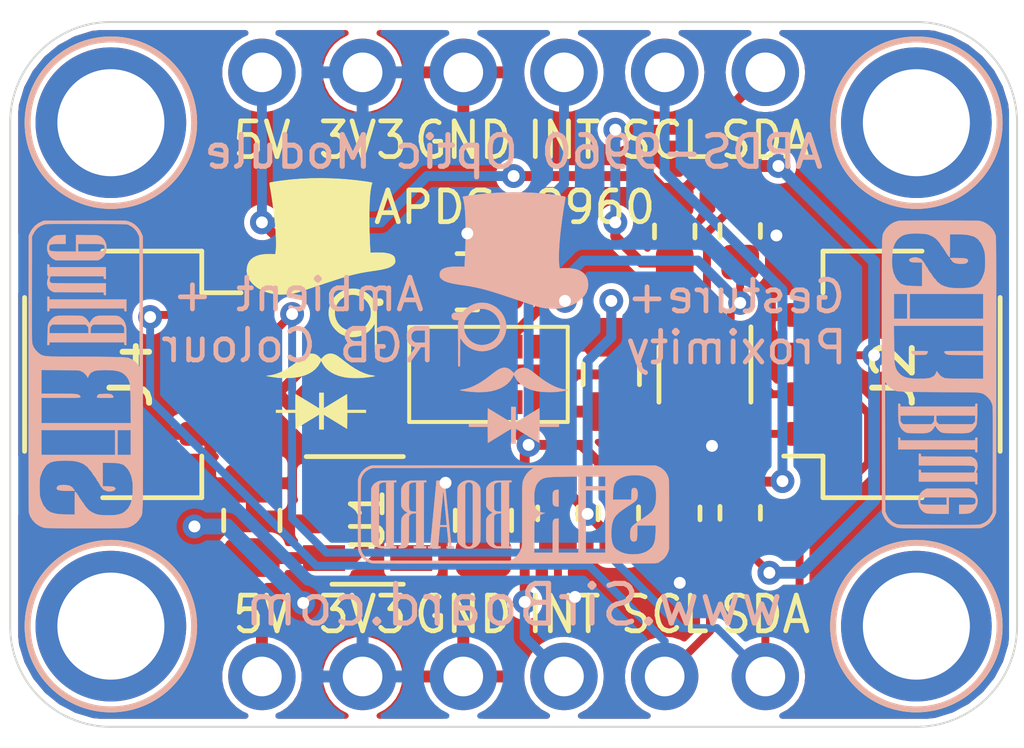
<source format=kicad_pcb>
(kicad_pcb (version 20171130) (host pcbnew "(5.1.2)-2")
  (title_block (title "APDS-9960 Breakout with 5V Level Shift") (date 2020-03-18) (rev 1) (company SirBoard) (comment 1 www.SirBoard.com) (comment 2 "Digital Proximity, Ambient Light, RGB and Gesture Sensor With I2C ") (comment 3 "APDS-9960 - SirBlue"))
  (layers (0 F.Cu signal) (31 B.Cu signal) (34 B.Paste user hide) (35 F.Paste user hide) (36 B.SilkS user) (37 F.SilkS user) (38 B.Mask user hide) (39 F.Mask user hide) (44 Edge.Cuts user))
  (net 0 "")
  (net 1 GND)
  (net 2 5V)
  (net 3 3V3)
  (net 4 "Net-(U1-Pad4)")
  (net 5 SCL_5V)
  (net 6 SDA_3V3)
  (net 7 SDA_5V)
  (net 8 SCL_3V3)
  (net 9 "Net-(C3-Pad1)")
  (net 10 INT)
  (net 11 "Net-(U2-Pad3)")
  (module logo:logo63x89 (layer F.Cu) (at 60.4266 34.1884)
    (fp_text reference G*** hide)
    (fp_text value LOGO hide)
  )
  (module SirBoardLibrary:DFN8_2.4mmX4mm_P=0.72 (layer F.Cu) (at 64.643 35.9664 270)
    (fp_text reference U2 hide)
    (fp_text value APDS-9960)
    (pad 8 smd rect (at -0.7 -1.455 270) (size 0.6 0.75) (layers F.Cu F.Paste F.Mask) (net 9 "Net-(C3-Pad1)"))
    (pad 7 smd rect (at -0.7 -0.485 270) (size 0.6 0.75) (layers F.Cu F.Paste F.Mask) (net 8 SCL_3V3))
    (pad 6 smd rect (at -0.7 0.485 270) (size 0.6 0.75) (layers F.Cu F.Paste F.Mask) (net 1 GND))
    (pad 5 smd rect (at -0.7 1.455 270) (size 0.6 0.75) (layers F.Cu F.Paste F.Mask) (net 3 3V3))
    (pad 4 smd rect (at 0.7 1.455 270) (size 0.6 0.75) (layers F.Cu F.Paste F.Mask) (net 11 "Net-(U2-Pad3)"))
    (pad 3 smd rect (at 0.7 0.485 270) (size 0.6 0.75) (layers F.Cu F.Paste F.Mask) (net 11 "Net-(U2-Pad3)"))
    (pad 2 smd rect (at 0.7 -0.485 270) (size 0.6 0.75) (layers F.Cu F.Paste F.Mask) (net 10 INT))
    (pad 1 smd rect (at 0.7 -1.455 270) (size 0.6 0.75) (layers F.Cu F.Paste F.Mask) (net 6 SDA_3V3))
  )
  (module Resistor_SMD:R_0603_1608Metric (layer F.Cu) (at 67.9196 39.4716 90)
    (fp_text reference R2 hide)
    (fp_text value 10K)
    (pad 2 smd roundrect (at 0.7875 0 90) (size 0.875 0.95) (layers F.Cu F.Paste F.Mask) (net 10 INT))
    (pad 1 smd roundrect (at -0.7875 0 90) (size 0.875 0.95) (layers F.Cu F.Paste F.Mask) (net 9 "Net-(C3-Pad1)"))
  )
  (module Resistor_SMD:R_0603_1608Metric (layer F.Cu) (at 66.3956 39.4716 90)
    (fp_text reference R1 hide)
    (fp_text value 22E)
    (pad 2 smd roundrect (at 0.7875 0 90) (size 0.875 0.95) (layers F.Cu F.Paste F.Mask) (net 9 "Net-(C3-Pad1)"))
    (pad 1 smd roundrect (at -0.7875 0 90) (size 0.875 0.95) (layers F.Cu F.Paste F.Mask) (net 3 3V3))
  )
  (module Capacitor_SMD:C_0805_2012Metric (layer F.Cu) (at 67.7418 35.9664 270)
    (fp_text reference C3 hide)
    (fp_text value 1uF)
    (pad 2 smd roundrect (at 0.9375 0 270) (size 0.975 1.4) (layers F.Cu F.Paste F.Mask) (net 1 GND))
    (pad 1 smd roundrect (at -0.9375 0 270) (size 0.975 1.4) (layers F.Cu F.Paste F.Mask) (net 9 "Net-(C3-Pad1)"))
  )
  (module Capacitor_SMD:C_0805_2012Metric (layer F.Cu) (at 64.1096 33.6296)
    (fp_text reference C2 hide)
    (fp_text value 1uF)
    (pad 2 smd roundrect (at 0.9375 0) (size 0.975 1.4) (layers F.Cu F.Paste F.Mask) (net 1 GND))
    (pad 1 smd roundrect (at -0.9375 0) (size 0.975 1.4) (layers F.Cu F.Paste F.Mask) (net 3 3V3))
  )
  (module Connector_JST:JST_SH_SM04B-SRSS-TB_1x04-1MP_P1.00mm_Horizontal (layer F.Cu) (at 55.626 35.9664 270)
    (fp_text reference J4 (at 0 0 270) (layer F.SilkS))
    (fp_text value Conn_01x04)
    (pad MP smd roundrect (at 2.8 1.875 270) (size 1.2 1.8) (layers F.Cu F.Paste F.Mask) (roundrect_rratio 0.208333))
    (pad MP smd roundrect (at -2.8 1.875 270) (size 1.2 1.8) (layers F.Cu F.Paste F.Mask) (roundrect_rratio 0.208333))
    (pad 4 smd roundrect (at 1.5 -2 270) (size 0.6 1.55) (layers F.Cu F.Paste F.Mask) (net 1 GND))
    (pad 3 smd roundrect (at 0.5 -2 270) (size 0.6 1.55) (layers F.Cu F.Paste F.Mask) (net 2 5V))
    (pad 2 smd roundrect (at -0.5 -2 270) (size 0.6 1.55) (layers F.Cu F.Paste F.Mask) (net 7 SDA_5V))
    (pad 1 smd roundrect (at -1.5 -2 270) (size 0.6 1.55) (layers F.Cu F.Paste F.Mask) (net 5 SCL_5V))
  )
  (module logo:SirBoard79x25 (layer B.Cu) (at 65.278 39.497 180)
    (fp_text reference G*** hide)
    (fp_text value LOGO hide)
  )
  (module logo:logo63x89 (layer B.Cu) (at 65.278 34.544 180)
    (fp_text reference G*** hide)
    (fp_text value LOGO hide)
  )
  (module logo:SirBlue78x29 (layer B.Cu) (at 76.0095 35.9664 270)
    (fp_text reference G*** hide)
    (fp_text value LOGO hide)
  )
  (module logo:SirBlue78x29 (layer B.Cu) (at 54.483 35.9664 90)
    (fp_text reference G*** hide)
    (fp_text value LOGO hide)
  )
  (module Connector_PinHeader_2.54mm:PinHeader_1x06_P2.54mm_Vertical (layer B.Cu) (at 58.928 28.3464 270)
    (fp_text reference J3 hide)
    (fp_text value Conn_01x06)
    (pad 6 thru_hole oval (at 0 -12.7 270) (size 1.7 1.7) (drill 1) (layers *.Cu *.Mask) (net 7 SDA_5V))
    (pad 5 thru_hole oval (at 0 -10.16 270) (size 1.7 1.7) (drill 1) (layers *.Cu *.Mask) (net 5 SCL_5V))
    (pad 4 thru_hole oval (at 0 -7.62 270) (size 1.7 1.7) (drill 1) (layers *.Cu *.Mask) (net 10 INT))
    (pad 3 thru_hole oval (at 0 -5.08 270) (size 1.7 1.7) (drill 1) (layers *.Cu *.Mask) (net 1 GND))
    (pad 2 thru_hole oval (at 0 -2.54 270) (size 1.7 1.7) (drill 1) (layers *.Cu *.Mask) (net 3 3V3))
    (pad 1 thru_hole circle (at 0 0 270) (size 1.7 1.7) (drill 1) (layers *.Cu *.Mask) (net 2 5V))
  )
  (module Connector_PinHeader_2.54mm:PinHeader_1x06_P2.54mm_Vertical (layer B.Cu) (at 58.928 43.5864 270)
    (fp_text reference J1 hide)
    (fp_text value Conn_01x06)
    (pad 6 thru_hole oval (at 0 -12.7 270) (size 1.7 1.7) (drill 1) (layers *.Cu *.Mask) (net 7 SDA_5V))
    (pad 5 thru_hole oval (at 0 -10.16 270) (size 1.7 1.7) (drill 1) (layers *.Cu *.Mask) (net 5 SCL_5V))
    (pad 4 thru_hole oval (at 0 -7.62 270) (size 1.7 1.7) (drill 1) (layers *.Cu *.Mask) (net 10 INT))
    (pad 3 thru_hole oval (at 0 -5.08 270) (size 1.7 1.7) (drill 1) (layers *.Cu *.Mask) (net 1 GND))
    (pad 2 thru_hole oval (at 0 -2.54 270) (size 1.7 1.7) (drill 1) (layers *.Cu *.Mask) (net 3 3V3))
    (pad 1 thru_hole circle (at 0 0 270) (size 1.7 1.7) (drill 1) (layers *.Cu *.Mask) (net 2 5V))
  )
  (module Package_TO_SOT_SMD:SOT-23-5 (layer F.Cu) (at 61.595 39.6494)
    (fp_text reference U1 (at 0 0 90) (layer F.SilkS) (effects (font (size 0.8 0.8) (thickness 0.12))))
    (fp_text value AP2127K-3.3)
    (pad 5 smd rect (at 1.1 -0.95) (size 1.06 0.65) (layers F.Cu F.Paste F.Mask) (net 3 3V3))
    (pad 4 smd rect (at 1.1 0.95) (size 1.06 0.65) (layers F.Cu F.Paste F.Mask) (net 4 "Net-(U1-Pad4)"))
    (pad 3 smd rect (at -1.1 0.95) (size 1.06 0.65) (layers F.Cu F.Paste F.Mask) (net 2 5V))
    (pad 2 smd rect (at -1.1 0) (size 1.06 0.65) (layers F.Cu F.Paste F.Mask) (net 1 GND))
    (pad 1 smd rect (at -1.1 -0.95) (size 1.06 0.65) (layers F.Cu F.Paste F.Mask) (net 2 5V))
  )
  (module Connector_JST:JST_SH_SM04B-SRSS-TB_1x04-1MP_P1.00mm_Horizontal (layer F.Cu) (at 74.8665 35.9664 90)
    (fp_text reference J2 (at 0 0 90) (layer F.SilkS))
    (fp_text value Conn_01x04)
    (pad MP smd roundrect (at 2.8 1.875 90) (size 1.2 1.8) (layers F.Cu F.Paste F.Mask) (roundrect_rratio 0.208333))
    (pad MP smd roundrect (at -2.8 1.875 90) (size 1.2 1.8) (layers F.Cu F.Paste F.Mask) (roundrect_rratio 0.208333))
    (pad 4 smd roundrect (at 1.5 -2 90) (size 0.6 1.55) (layers F.Cu F.Paste F.Mask) (net 1 GND))
    (pad 3 smd roundrect (at 0.5 -2 90) (size 0.6 1.55) (layers F.Cu F.Paste F.Mask) (net 2 5V))
    (pad 2 smd roundrect (at -0.5 -2 90) (size 0.6 1.55) (layers F.Cu F.Paste F.Mask) (net 7 SDA_5V))
    (pad 1 smd roundrect (at -1.5 -2 90) (size 0.6 1.55) (layers F.Cu F.Paste F.Mask) (net 5 SCL_5V))
  )
  (module Capacitor_SMD:C_0805_2012Metric (layer F.Cu) (at 64.516 39.6494 270)
    (fp_text reference C4 hide)
    (fp_text value 10uF)
    (pad 2 smd roundrect (at 0.9375 0 270) (size 0.975 1.4) (layers F.Cu F.Paste F.Mask) (net 1 GND))
    (pad 1 smd roundrect (at -0.9375 0 270) (size 0.975 1.4) (layers F.Cu F.Paste F.Mask) (net 3 3V3))
  )
  (module Capacitor_SMD:C_0805_2012Metric (layer F.Cu) (at 58.674 39.6494 90)
    (fp_text reference C1 hide)
    (fp_text value 10uF)
    (pad 2 smd roundrect (at 0.9375 0 90) (size 0.975 1.4) (layers F.Cu F.Paste F.Mask) (net 1 GND))
    (pad 1 smd roundrect (at -0.9375 0 90) (size 0.975 1.4) (layers F.Cu F.Paste F.Mask) (net 2 5V))
  )
  (module SirBoardLibrary:MountingHole_M2.5_SirBoard (layer F.Cu) (at 55.118 42.3164 270)
    (fp_text reference H1 hide)
    (fp_text value MountingHole)
    (pad 1 thru_hole circle (at 0 0 270) (size 3.8 3.8) (drill 2.7) (layers *.Cu *.Mask))
  )
  (module SirBoardLibrary:MountingHole_M2.5_SirBoard (layer F.Cu) (at 55.118 29.6164 270)
    (fp_text reference H2 hide)
    (fp_text value MountingHole)
    (pad 1 thru_hole circle (at 0 0 270) (size 3.8 3.8) (drill 2.7) (layers *.Cu *.Mask))
  )
  (module SirBoardLibrary:MountingHole_M2.5_SirBoard (layer F.Cu) (at 75.438 42.3164 90)
    (fp_text reference H3 hide)
    (fp_text value MountingHole)
    (pad 1 thru_hole circle (at 0 0 90) (size 3.8 3.8) (drill 2.7) (layers *.Cu *.Mask))
  )
  (module SirBoardLibrary:MountingHole_M2.5_SirBoard (layer F.Cu) (at 75.438 29.6164 90)
    (fp_text reference H4 hide)
    (fp_text value MountingHole)
    (pad 1 thru_hole circle (at 0 0 90) (size 3.8 3.8) (drill 2.7) (layers *.Cu *.Mask))
  )
  (module Resistor_SMD:R_0603_1608Metric (layer F.Cu) (at 69.342 32.3596 270)
    (fp_text reference R8 hide)
    (fp_text value 10K)
    (pad 2 smd roundrect (at 0.7875 0 270) (size 0.875 0.95) (layers F.Cu F.Paste F.Mask) (net 7 SDA_5V))
    (pad 1 smd roundrect (at -0.7875 0 270) (size 0.875 0.95) (layers F.Cu F.Paste F.Mask) (net 2 5V))
  )
  (module Resistor_SMD:R_0603_1608Metric (layer F.Cu) (at 69.469 39.4716 270)
    (fp_text reference R7 hide)
    (fp_text value 10K)
    (pad 2 smd roundrect (at 0.7875 0 270) (size 0.875 0.95) (layers F.Cu F.Paste F.Mask) (net 3 3V3))
    (pad 1 smd roundrect (at -0.7875 0 270) (size 0.875 0.95) (layers F.Cu F.Paste F.Mask) (net 6 SDA_3V3))
  )
  (module Resistor_SMD:R_0603_1608Metric (layer F.Cu) (at 70.993 39.4589 90)
    (fp_text reference R6 hide)
    (fp_text value 10K)
    (pad 2 smd roundrect (at 0.7875 0 90) (size 0.875 0.95) (layers F.Cu F.Paste F.Mask) (net 5 SCL_5V))
    (pad 1 smd roundrect (at -0.7875 0 90) (size 0.875 0.95) (layers F.Cu F.Paste F.Mask) (net 2 5V))
  )
  (module Resistor_SMD:R_0603_1608Metric (layer F.Cu) (at 70.993 32.3469 90)
    (fp_text reference R5 hide)
    (fp_text value 10K)
    (pad 2 smd roundrect (at 0.7875 0 90) (size 0.875 0.95) (layers F.Cu F.Paste F.Mask) (net 3 3V3))
    (pad 1 smd roundrect (at -0.7875 0 90) (size 0.875 0.95) (layers F.Cu F.Paste F.Mask) (net 8 SCL_3V3))
  )
  (module Package_TO_SOT_SMD:SOT-363_SC-70-6 (layer F.Cu) (at 70.104 35.9664 270)
    (fp_text reference Q2 hide)
    (fp_text value BSS138DW)
    (pad 6 smd rect (at 0.95 -0.65 270) (size 0.65 0.4) (layers F.Cu F.Paste F.Mask) (net 5 SCL_5V))
    (pad 4 smd rect (at 0.95 0.65 270) (size 0.65 0.4) (layers F.Cu F.Paste F.Mask) (net 6 SDA_3V3))
    (pad 2 smd rect (at -0.95 0 270) (size 0.65 0.4) (layers F.Cu F.Paste F.Mask) (net 3 3V3))
    (pad 5 smd rect (at 0.95 0 270) (size 0.65 0.4) (layers F.Cu F.Paste F.Mask) (net 3 3V3))
    (pad 3 smd rect (at -0.95 0.65 270) (size 0.65 0.4) (layers F.Cu F.Paste F.Mask) (net 7 SDA_5V))
    (pad 1 smd rect (at -0.95 -0.65 270) (size 0.65 0.4) (layers F.Cu F.Paste F.Mask) (net 8 SCL_3V3))
  )
  (gr_text APDS-9960 (at 65.3034 31.75) (layer F.SilkS) (effects (font (size 0.8 0.8) (thickness 0.12))))
  (gr_text 3V3 (at 61.468 42.0243) (layer F.SilkS) (effects (font (size 0.9 0.8) (thickness 0.12))))
  (gr_text INT (at 66.548 42.0243) (layer F.SilkS) (effects (font (size 0.9 0.8) (thickness 0.12))))
  (gr_text SDA (at 71.628 42.0243) (layer F.SilkS) (effects (font (size 0.9 0.8) (thickness 0.12))))
  (gr_text SCL (at 69.088 42.0243) (layer F.SilkS) (effects (font (size 0.9 0.8) (thickness 0.12))))
  (gr_text GND (at 64.008 42.0243) (layer F.SilkS) (effects (font (size 0.9 0.8) (thickness 0.12))))
  (gr_text 5V (at 58.928 42.0243) (layer F.SilkS) (effects (font (size 0.9 0.8) (thickness 0.12))))
  (gr_text SDA (at 71.628 30.0609) (layer F.SilkS) (effects (font (size 0.9 0.8) (thickness 0.12))))
  (gr_text "Ambient +\nRGB Colour" (at 59.8424 34.5948) (layer B.SilkS) (effects (font (size 0.8 0.8) (thickness 0.12)) (justify mirror)))
  (gr_text "Gesture+\nProximity" (at 70.8914 34.6456) (layer B.SilkS) (effects (font (size 0.8 0.8) (thickness 0.12)) (justify mirror)))
  (gr_text SCL (at 69.088 30.0609) (layer F.SilkS) (effects (font (size 0.9 0.8) (thickness 0.12))))
  (gr_text 5V (at 58.928 30.0609) (layer F.SilkS) (effects (font (size 0.9 0.8) (thickness 0.12))))
  (gr_text 3V3 (at 61.468 30.0609) (layer F.SilkS) (effects (font (size 0.9 0.8) (thickness 0.12))))
  (gr_text GND (at 64.008 30.0609) (layer F.SilkS) (effects (font (size 0.9 0.8) (thickness 0.12))))
  (gr_text INT (at 66.548 30.0609) (layer F.SilkS) (effects (font (size 0.9 0.8) (thickness 0.12))))
  (gr_arc (start 55.118 29.6164) (end 55.118 27.0764) (angle -90) (layer Edge.Cuts) (width 0.05))
  (gr_arc (start 75.438 29.6164) (end 77.978 29.6164) (angle -90) (layer Edge.Cuts) (width 0.05))
  (gr_arc (start 75.438 42.3164) (end 75.438 44.8564) (angle -90) (layer Edge.Cuts) (width 0.05))
  (gr_arc (start 55.118 42.3164) (end 52.578 42.3164) (angle -90) (layer Edge.Cuts) (width 0.05))
  (gr_line (start 52.578 42.3164) (end 52.578 29.6164) (layer Edge.Cuts) (width 0.05))
  (gr_line (start 55.118 27.0764) (end 75.438 27.0764) (layer Edge.Cuts) (width 0.05))
  (gr_line (start 77.978 29.6164) (end 77.978 42.3164) (layer Edge.Cuts) (width 0.05))
  (gr_line (start 75.438 44.8564) (end 55.118 44.8564) (layer Edge.Cuts) (width 0.05))
  (gr_text "APDS-9960 Optic Module" (at 65.278 30.353) (layer B.SilkS) (effects (font (size 0.8 0.8) (thickness 0.13)) (justify mirror)))
  (gr_text www.SirBoard.com (at 65.278 41.783) (layer B.SilkS) (effects (font (size 1 1) (thickness 0.13)) (justify mirror)))
  (via (at 59.9694 41.7322) (size 0.6) (drill 0.3) (layers F.Cu B.Cu) (net 1))
  (via (at 57.2262 39.8018) (size 0.6) (drill 0.3) (layers F.Cu B.Cu) (net 1))
  (segment (start 58.039 39.8018) (end 59.9694 41.7322) (width 0.4) (layer B.Cu) (net 1))
  (segment (start 57.2262 39.8018) (end 58.039 39.8018) (width 0.4) (layer B.Cu) (net 1))
  (segment (start 58.674 40.5869) (end 58.674 41.7449) (width 0.3) (layer F.Cu) (net 2))
  (segment (start 58.928 41.9989) (end 58.928 43.5864) (width 0.3) (layer F.Cu) (net 2))
  (segment (start 58.674 41.7449) (end 58.928 41.9989) (width 0.3) (layer F.Cu) (net 2))
  (segment (start 58.6865 40.5994) (end 58.674 40.5869) (width 0.3) (layer F.Cu) (net 2))
  (segment (start 60.495 40.5994) (end 58.6865 40.5994) (width 0.3) (layer F.Cu) (net 2))
  (segment (start 61.2165 40.5994) (end 60.495 40.5994) (width 0.3) (layer F.Cu) (net 2))
  (segment (start 61.468 40.3479) (end 61.2165 40.5994) (width 0.3) (layer F.Cu) (net 2))
  (segment (start 61.468 38.9509) (end 61.468 40.3479) (width 0.3) (layer F.Cu) (net 2))
  (segment (start 60.495 38.6994) (end 61.2165 38.6994) (width 0.3) (layer F.Cu) (net 2))
  (segment (start 61.2165 38.6994) (end 61.468 38.9509) (width 0.3) (layer F.Cu) (net 2))
  (via (at 71.7296 40.9702) (size 0.6) (drill 0.3) (layers F.Cu B.Cu) (net 2))
  (segment (start 70.993 40.2464) (end 71.0058 40.2464) (width 0.2) (layer F.Cu) (net 2))
  (segment (start 71.0058 40.2464) (end 71.7296 40.9702) (width 0.2) (layer F.Cu) (net 2))
  (segment (start 71.7296 40.9702) (end 72.5424 40.9702) (width 0.3) (layer B.Cu) (net 2))
  (via (at 74.3712 35.4838) (size 0.6) (drill 0.3) (layers F.Cu B.Cu) (net 2))
  (segment (start 72.5424 40.9702) (end 74.3712 39.1414) (width 0.3) (layer B.Cu) (net 2))
  (segment (start 74.3712 39.1414) (end 74.3712 35.4838) (width 0.3) (layer B.Cu) (net 2))
  (segment (start 72.8839 35.4838) (end 72.8665 35.4664) (width 0.2) (layer F.Cu) (net 2))
  (segment (start 74.3712 35.4838) (end 72.8839 35.4838) (width 0.2) (layer F.Cu) (net 2))
  (segment (start 60.495 37.6096) (end 60.495 38.6994) (width 0.3) (layer F.Cu) (net 2))
  (segment (start 59.3344 36.449) (end 60.495 37.6096) (width 0.3) (layer F.Cu) (net 2))
  (segment (start 57.626 36.4664) (end 57.6434 36.449) (width 0.3) (layer F.Cu) (net 2))
  (segment (start 57.6434 36.449) (end 59.3344 36.449) (width 0.3) (layer F.Cu) (net 2))
  (via (at 71.9582 30.7086) (size 0.6) (drill 0.3) (layers F.Cu B.Cu) (net 2))
  (segment (start 69.342 31.5721) (end 70.2055 30.7086) (width 0.3) (layer F.Cu) (net 2))
  (segment (start 70.2055 30.7086) (end 71.9582 30.7086) (width 0.3) (layer F.Cu) (net 2))
  (segment (start 59.3344 36.449) (end 60.5536 35.2298) (width 0.25) (layer F.Cu) (net 2))
  (segment (start 60.5536 35.2298) (end 60.5536 33.7566) (width 0.25) (layer F.Cu) (net 2))
  (via (at 58.928 32.131) (size 0.6) (drill 0.3) (layers F.Cu B.Cu) (net 2))
  (segment (start 60.5536 33.7566) (end 58.928 32.131) (width 0.25) (layer F.Cu) (net 2))
  (segment (start 58.928 32.131) (end 58.928 28.3464) (width 0.25) (layer B.Cu) (net 2))
  (segment (start 58.928 32.131) (end 61.9252 32.131) (width 0.25) (layer B.Cu) (net 2))
  (via (at 65.278 30.9626) (size 0.6) (drill 0.3) (layers F.Cu B.Cu) (net 2))
  (segment (start 61.9252 32.131) (end 63.0936 30.9626) (width 0.25) (layer B.Cu) (net 2))
  (segment (start 63.0936 30.9626) (end 65.278 30.9626) (width 0.25) (layer B.Cu) (net 2))
  (segment (start 68.7325 30.9626) (end 69.342 31.5721) (width 0.25) (layer F.Cu) (net 2))
  (segment (start 65.278 30.9626) (end 68.7325 30.9626) (width 0.25) (layer F.Cu) (net 2))
  (segment (start 74.3712 33.1216) (end 74.3712 35.4838) (width 0.3) (layer B.Cu) (net 2))
  (segment (start 71.9582 30.7086) (end 74.3712 33.1216) (width 0.3) (layer B.Cu) (net 2))
  (segment (start 64.5035 38.6994) (end 64.516 38.7119) (width 0.3) (layer F.Cu) (net 3))
  (segment (start 62.695 38.6994) (end 63.561 38.6994) (width 0.3) (layer F.Cu) (net 3))
  (segment (start 63.561 38.6994) (end 63.561 38.6994) (width 0.3) (layer F.Cu) (net 3))
  (segment (start 70.104 34.4914) (end 70.1548 34.4406) (width 0.2) (layer F.Cu) (net 3))
  (segment (start 70.104 35.0164) (end 70.104 34.4914) (width 0.2) (layer F.Cu) (net 3))
  (segment (start 70.1548 32.3976) (end 70.993 31.5594) (width 0.2) (layer F.Cu) (net 3))
  (segment (start 70.1548 34.4406) (end 70.1548 32.3976) (width 0.2) (layer F.Cu) (net 3))
  (segment (start 63.561 38.6994) (end 64.5035 38.6994) (width 0.3) (layer F.Cu) (net 3))
  (via (at 70.2818 37.7698) (size 0.6) (drill 0.3) (layers F.Cu B.Cu) (net 3))
  (segment (start 70.104 36.9164) (end 70.104 37.592) (width 0.2) (layer F.Cu) (net 3))
  (segment (start 70.104 37.592) (end 70.2818 37.7698) (width 0.2) (layer F.Cu) (net 3))
  (segment (start 63.561 38.6994) (end 63.561 38.6994) (width 0.3) (layer F.Cu) (net 3))
  (via (at 63.561 38.6994) (size 0.6) (drill 0.3) (layers F.Cu B.Cu) (net 3))
  (segment (start 66.2941 40.2591) (end 66.3956 40.2591) (width 0.25) (layer F.Cu) (net 3))
  (segment (start 64.516 38.7119) (end 64.7469 38.7119) (width 0.25) (layer F.Cu) (net 3))
  (segment (start 63.188 33.6455) (end 63.1721 33.6296) (width 0.25) (layer F.Cu) (net 3))
  (segment (start 63.188 35.2664) (end 63.188 33.6455) (width 0.25) (layer F.Cu) (net 3))
  (via (at 64.1096 32.4104) (size 0.6) (drill 0.3) (layers F.Cu B.Cu) (net 3))
  (segment (start 63.1721 33.6296) (end 63.1721 33.3479) (width 0.25) (layer F.Cu) (net 3))
  (segment (start 63.1721 33.3479) (end 64.1096 32.4104) (width 0.25) (layer F.Cu) (net 3))
  (via (at 71.9074 32.4612) (size 0.6) (drill 0.3) (layers F.Cu B.Cu) (net 3))
  (segment (start 71.9074 31.8262) (end 71.9074 32.4612) (width 0.2) (layer F.Cu) (net 3))
  (segment (start 70.993 31.5594) (end 71.6406 31.5594) (width 0.2) (layer F.Cu) (net 3))
  (segment (start 71.6406 31.5594) (end 71.9074 31.8262) (width 0.2) (layer F.Cu) (net 3))
  (via (at 69.469 41.2242) (size 0.6) (drill 0.3) (layers F.Cu B.Cu) (net 3))
  (segment (start 69.469 40.2591) (end 69.469 41.2242) (width 0.2) (layer F.Cu) (net 3))
  (via (at 66.8274 41.5798) (size 0.6) (drill 0.3) (layers F.Cu B.Cu) (net 3))
  (segment (start 66.3956 40.2591) (end 66.3956 41.148) (width 0.2) (layer F.Cu) (net 3))
  (segment (start 66.3956 41.148) (end 66.8274 41.5798) (width 0.2) (layer F.Cu) (net 3))
  (segment (start 72.8665 37.4664) (end 71.271 37.4664) (width 0.2) (layer F.Cu) (net 5))
  (segment (start 71.2724 37.1602) (end 71.2724 37.465) (width 0.2) (layer F.Cu) (net 5))
  (segment (start 70.754 36.9164) (end 71.0286 36.9164) (width 0.2) (layer F.Cu) (net 5))
  (segment (start 71.0286 36.9164) (end 71.2724 37.1602) (width 0.2) (layer F.Cu) (net 5))
  (via (at 56.1086 34.5186) (size 0.6) (drill 0.3) (layers F.Cu B.Cu) (net 5))
  (segment (start 56.1608 34.4664) (end 57.626 34.4664) (width 0.2) (layer F.Cu) (net 5))
  (segment (start 56.1086 34.5186) (end 56.1608 34.4664) (width 0.2) (layer F.Cu) (net 5))
  (segment (start 70.231 39.4334) (end 70.993 38.6714) (width 0.2) (layer F.Cu) (net 5))
  (segment (start 69.088 43.5864) (end 70.231 42.4434) (width 0.2) (layer F.Cu) (net 5))
  (segment (start 70.231 42.4434) (end 70.231 39.4334) (width 0.2) (layer F.Cu) (net 5))
  (segment (start 71.2724 38.392) (end 70.993 38.6714) (width 0.2) (layer F.Cu) (net 5))
  (segment (start 71.2724 37.465) (end 71.2724 38.392) (width 0.2) (layer F.Cu) (net 5))
  (via (at 72.0598 38.6588) (size 0.6) (drill 0.3) (layers F.Cu B.Cu) (net 5))
  (segment (start 70.993 38.6714) (end 72.0472 38.6714) (width 0.25) (layer F.Cu) (net 5))
  (segment (start 72.0472 38.6714) (end 72.0598 38.6588) (width 0.25) (layer F.Cu) (net 5))
  (segment (start 69.088 30.861) (end 69.088 28.3464) (width 0.25) (layer B.Cu) (net 5))
  (segment (start 72.0598 38.6588) (end 72.0598 33.8328) (width 0.25) (layer B.Cu) (net 5))
  (segment (start 72.0598 33.8328) (end 69.088 30.861) (width 0.25) (layer B.Cu) (net 5))
  (segment (start 56.1086 36.6014) (end 56.1086 34.5186) (width 0.2) (layer B.Cu) (net 5))
  (segment (start 60.2996 40.7924) (end 56.1086 36.6014) (width 0.2) (layer B.Cu) (net 5))
  (segment (start 67.183 40.7924) (end 60.2996 40.7924) (width 0.2) (layer B.Cu) (net 5))
  (segment (start 69.088 43.5864) (end 69.088 42.6974) (width 0.2) (layer B.Cu) (net 5))
  (segment (start 69.088 42.6974) (end 67.183 40.7924) (width 0.2) (layer B.Cu) (net 5))
  (segment (start 69.469 36.9314) (end 69.454 36.9164) (width 0.2) (layer F.Cu) (net 6))
  (segment (start 69.469 38.6841) (end 69.469 37.6936) (width 0.2) (layer F.Cu) (net 6))
  (segment (start 69.469 37.6936) (end 69.469 36.9314) (width 0.2) (layer F.Cu) (net 6))
  (segment (start 69.454 36.4594) (end 69.454 36.9164) (width 0.25) (layer F.Cu) (net 6))
  (segment (start 68.961 35.9664) (end 69.454 36.4594) (width 0.25) (layer F.Cu) (net 6))
  (segment (start 66.873 35.9664) (end 68.961 35.9664) (width 0.25) (layer F.Cu) (net 6))
  (segment (start 66.098 36.6664) (end 66.173 36.6664) (width 0.25) (layer F.Cu) (net 6))
  (segment (start 66.173 36.6664) (end 66.873 35.9664) (width 0.25) (layer F.Cu) (net 6))
  (segment (start 69.454 35.0164) (end 69.454 34.1734) (width 0.2) (layer F.Cu) (net 7))
  (segment (start 69.342 34.0614) (end 69.342 33.1471) (width 0.2) (layer F.Cu) (net 7))
  (segment (start 69.454 34.1734) (end 69.342 34.0614) (width 0.2) (layer F.Cu) (net 7))
  (segment (start 69.454 35.5414) (end 69.8536 35.941) (width 0.2) (layer F.Cu) (net 7))
  (segment (start 69.454 35.0164) (end 69.454 35.5414) (width 0.2) (layer F.Cu) (net 7))
  (segment (start 69.8536 35.941) (end 71.2724 35.941) (width 0.2) (layer F.Cu) (net 7))
  (segment (start 71.7978 36.4664) (end 72.8665 36.4664) (width 0.2) (layer F.Cu) (net 7))
  (segment (start 71.2724 35.941) (end 71.7978 36.4664) (width 0.2) (layer F.Cu) (net 7))
  (segment (start 73.7415 36.4664) (end 72.8665 36.4664) (width 0.2) (layer F.Cu) (net 7))
  (segment (start 71.628 42.384319) (end 72.4916 41.520719) (width 0.2) (layer F.Cu) (net 7))
  (segment (start 71.628 43.5864) (end 71.628 42.384319) (width 0.2) (layer F.Cu) (net 7))
  (segment (start 72.4916 41.520719) (end 72.4916 39.9288) (width 0.2) (layer F.Cu) (net 7))
  (segment (start 72.4916 39.9288) (end 74.2188 38.2016) (width 0.2) (layer F.Cu) (net 7))
  (segment (start 74.2188 38.2016) (end 74.2188 36.9437) (width 0.2) (layer F.Cu) (net 7))
  (segment (start 74.2188 36.9437) (end 73.7415 36.4664) (width 0.2) (layer F.Cu) (net 7))
  (via (at 59.690002 34.4424) (size 0.6) (drill 0.3) (layers F.Cu B.Cu) (net 7))
  (segment (start 59.390003 34.742399) (end 59.690002 34.4424) (width 0.2) (layer F.Cu) (net 7))
  (segment (start 58.666002 35.4664) (end 59.390003 34.742399) (width 0.2) (layer F.Cu) (net 7))
  (segment (start 57.626 35.4664) (end 58.666002 35.4664) (width 0.2) (layer F.Cu) (net 7))
  (via (at 67.8434 29.7942) (size 0.6) (drill 0.3) (layers F.Cu B.Cu) (net 7))
  (segment (start 71.628 28.3464) (end 70.1802 29.7942) (width 0.25) (layer F.Cu) (net 7))
  (segment (start 70.1802 29.7942) (end 67.8434 29.7942) (width 0.25) (layer F.Cu) (net 7))
  (via (at 67.8434 32.131) (size 0.6) (drill 0.3) (layers F.Cu B.Cu) (net 7))
  (segment (start 67.8434 29.7942) (end 67.8434 32.131) (width 0.25) (layer B.Cu) (net 7))
  (segment (start 68.5039 33.1471) (end 69.342 33.1471) (width 0.25) (layer F.Cu) (net 7))
  (segment (start 67.8434 32.131) (end 67.8434 32.4866) (width 0.25) (layer F.Cu) (net 7))
  (segment (start 67.8434 32.4866) (end 68.5039 33.1471) (width 0.25) (layer F.Cu) (net 7))
  (segment (start 59.690002 39.598602) (end 59.690002 34.4424) (width 0.2) (layer B.Cu) (net 7))
  (segment (start 60.5536 40.4622) (end 59.690002 39.598602) (width 0.2) (layer B.Cu) (net 7))
  (segment (start 67.6148 40.4622) (end 60.5536 40.4622) (width 0.2) (layer B.Cu) (net 7))
  (segment (start 69.5198 42.3672) (end 67.6148 40.4622) (width 0.2) (layer B.Cu) (net 7))
  (segment (start 71.628 43.5864) (end 70.4088 42.3672) (width 0.2) (layer B.Cu) (net 7))
  (segment (start 70.4088 42.3672) (end 69.5198 42.3672) (width 0.2) (layer B.Cu) (net 7))
  (segment (start 70.754 34.402) (end 70.754 35.0164) (width 0.2) (layer F.Cu) (net 8))
  (segment (start 70.993 33.1344) (end 70.993 34.163) (width 0.2) (layer F.Cu) (net 8))
  (segment (start 70.993 34.163) (end 70.993 34.163) (width 0.2) (layer F.Cu) (net 8))
  (segment (start 70.993 34.163) (end 70.754 34.402) (width 0.2) (layer F.Cu) (net 8))
  (via (at 66.5734 34.1122) (size 0.6) (drill 0.3) (layers F.Cu B.Cu) (net 8))
  (segment (start 66.123598 34.1122) (end 66.5734 34.1122) (width 0.25) (layer F.Cu) (net 8))
  (segment (start 65.128 35.2664) (end 65.128 35.107798) (width 0.25) (layer F.Cu) (net 8))
  (segment (start 65.128 35.107798) (end 66.123598 34.1122) (width 0.25) (layer F.Cu) (net 8))
  (via (at 70.993 34.163) (size 0.6) (drill 0.3) (layers F.Cu B.Cu) (net 8))
  (segment (start 69.9262 33.0962) (end 70.993 34.163) (width 0.25) (layer B.Cu) (net 8))
  (segment (start 67.0306 33.0962) (end 69.9262 33.0962) (width 0.25) (layer B.Cu) (net 8))
  (segment (start 66.5734 34.1122) (end 66.5734 33.5534) (width 0.25) (layer B.Cu) (net 8))
  (segment (start 66.5734 33.5534) (end 67.0306 33.0962) (width 0.25) (layer B.Cu) (net 8))
  (segment (start 67.5043 35.2664) (end 66.098 35.2664) (width 0.25) (layer F.Cu) (net 9))
  (segment (start 67.7418 35.0289) (end 67.5043 35.2664) (width 0.25) (layer F.Cu) (net 9))
  (segment (start 66.3956 38.6841) (end 66.3956 38.6841) (width 0.25) (layer F.Cu) (net 9))
  (segment (start 67.9196 40.2591) (end 67.14485 39.48435) (width 0.25) (layer F.Cu) (net 9))
  (via (at 67.14485 39.48435) (size 0.6) (drill 0.3) (layers F.Cu B.Cu) (net 9))
  (segment (start 67.14485 39.43335) (end 66.3956 38.6841) (width 0.25) (layer F.Cu) (net 9))
  (segment (start 67.14485 39.48435) (end 67.14485 39.43335) (width 0.25) (layer F.Cu) (net 9))
  (via (at 67.7418 34.1122) (size 0.6) (drill 0.3) (layers F.Cu B.Cu) (net 9))
  (segment (start 67.7418 34.1122) (end 67.7418 35.0289) (width 0.25) (layer F.Cu) (net 9))
  (segment (start 67.7418 35.0289) (end 67.7418 34.1122) (width 0.25) (layer B.Cu) (net 9))
  (segment (start 67.14485 39.48435) (end 67.14485 35.62585) (width 0.25) (layer B.Cu) (net 9))
  (segment (start 67.14485 35.62585) (end 67.7418 35.0289) (width 0.25) (layer B.Cu) (net 9))
  (segment (start 65.656 37.7444) (end 65.656 37.7444) (width 0.25) (layer F.Cu) (net 10))
  (via (at 65.656 37.7444) (size 0.6) (drill 0.3) (layers F.Cu B.Cu) (net 10))
  (segment (start 65.656 32.0578) (end 66.548 31.1658) (width 0.25) (layer B.Cu) (net 10))
  (segment (start 65.656 37.7444) (end 66.9799 37.7444) (width 0.25) (layer F.Cu) (net 10))
  (segment (start 66.9799 37.7444) (end 67.457988 38.222488) (width 0.25) (layer F.Cu) (net 10))
  (segment (start 67.457988 38.222488) (end 67.9196 38.6841) (width 0.25) (layer F.Cu) (net 10))
  (segment (start 65.128 37.2164) (end 65.656 37.7444) (width 0.25) (layer F.Cu) (net 10))
  (segment (start 66.548 31.1658) (end 66.548 28.3464) (width 0.25) (layer B.Cu) (net 10))
  (segment (start 65.128 36.6664) (end 65.128 37.2164) (width 0.25) (layer F.Cu) (net 10))
  (segment (start 65.656 37.7444) (end 65.656 32.0578) (width 0.25) (layer B.Cu) (net 10))
  (segment (start 65.5574 42.5958) (end 66.548 43.5864) (width 0.25) (layer B.Cu) (net 10))
  (segment (start 65.656 37.7444) (end 65.5574 37.843) (width 0.25) (layer F.Cu) (net 10))
  (segment (start 65.5574 37.843) (end 65.5574 41.7068) (width 0.25) (layer F.Cu) (net 10))
  (segment (start 65.5574 41.7068) (end 65.5574 42.5958) (width 0.25) (layer B.Cu) (net 10))
  (via (at 65.5574 41.7068) (size 0.6) (drill 0.3) (layers F.Cu B.Cu) (net 10))
  (segment (start 64.158 36.6664) (end 63.188 36.6664) (width 0.25) (layer F.Cu) (net 11))
  (zone (net 3) (net_name 3V3) (layer B.Cu) (connect_pads (clearance 0.15)) (min_thickness 0.15) (fill yes (arc_segments 32) (thermal_gap 0.2) (thermal_bridge_width 0.3))
    (polygon (pts (xy 52.7812 27.2796) (xy 77.7748 27.2796) (xy 77.7748 44.6532) (xy 52.7812 44.6532)))
  )
  (zone (net 1) (net_name GND) (layer F.Cu) (connect_pads (clearance 0.15)) (min_thickness 0.15) (fill yes (arc_segments 32) (thermal_gap 0.2) (thermal_bridge_width 0.3))
    (polygon (pts (xy 52.7812 27.2796) (xy 77.7748 27.2796) (xy 77.7748 44.6532) (xy 52.7812 44.6532)))
  )
)
</source>
